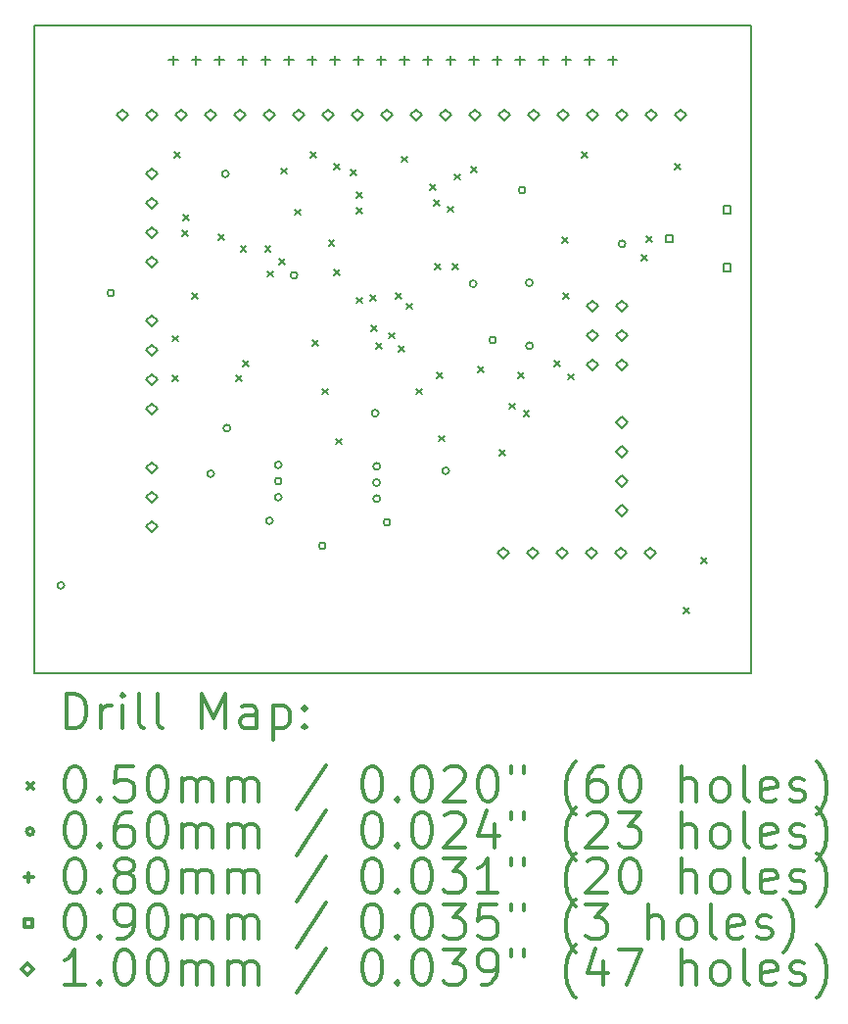
<source format=gbr>
%FSLAX45Y45*%
G04 Gerber Fmt 4.5, Leading zero omitted, Abs format (unit mm)*
G04 Created by KiCad (PCBNEW (5.0.0)) date 11/19/18 10:01:11*
%MOMM*%
%LPD*%
G01*
G04 APERTURE LIST*
%ADD10C,0.150000*%
%ADD11C,0.200000*%
%ADD12C,0.300000*%
G04 APERTURE END LIST*
D10*
X10000110Y-10000360D02*
X16200110Y-10000360D01*
X16200110Y-10000360D02*
X16200110Y-4400360D01*
X16200110Y-4400360D02*
X10000110Y-4400360D01*
X10000110Y-4400360D02*
X10000110Y-10000360D01*
D11*
X11194310Y-7079760D02*
X11244310Y-7129760D01*
X11244310Y-7079760D02*
X11194310Y-7129760D01*
X11194310Y-7422660D02*
X11244310Y-7472660D01*
X11244310Y-7422660D02*
X11194310Y-7472660D01*
X11207010Y-5492260D02*
X11257010Y-5542260D01*
X11257010Y-5492260D02*
X11207010Y-5542260D01*
X11281404Y-6167166D02*
X11331404Y-6217166D01*
X11331404Y-6167166D02*
X11281404Y-6217166D01*
X11282833Y-6037780D02*
X11332833Y-6087780D01*
X11332833Y-6037780D02*
X11282833Y-6087780D01*
X11282833Y-6037780D02*
X11332833Y-6087780D01*
X11332833Y-6037780D02*
X11282833Y-6087780D01*
X11359410Y-6711460D02*
X11409410Y-6761460D01*
X11409410Y-6711460D02*
X11359410Y-6761460D01*
X11588010Y-6203460D02*
X11638010Y-6253460D01*
X11638010Y-6203460D02*
X11588010Y-6253460D01*
X11740410Y-7422660D02*
X11790410Y-7472660D01*
X11790410Y-7422660D02*
X11740410Y-7472660D01*
X11782111Y-6305060D02*
X11832111Y-6355060D01*
X11832111Y-6305060D02*
X11782111Y-6355060D01*
X11803910Y-7295660D02*
X11853910Y-7345660D01*
X11853910Y-7295660D02*
X11803910Y-7345660D01*
X11993787Y-6303461D02*
X12043787Y-6353461D01*
X12043787Y-6303461D02*
X11993787Y-6353461D01*
X12014106Y-6520960D02*
X12064106Y-6570960D01*
X12064106Y-6520960D02*
X12014106Y-6570960D01*
X12119106Y-6417019D02*
X12169106Y-6467019D01*
X12169106Y-6417019D02*
X12119106Y-6467019D01*
X12134110Y-5631960D02*
X12184110Y-5681960D01*
X12184110Y-5631960D02*
X12134110Y-5681960D01*
X12248410Y-5987560D02*
X12298410Y-6037560D01*
X12298410Y-5987560D02*
X12248410Y-6037560D01*
X12388110Y-5492260D02*
X12438110Y-5542260D01*
X12438110Y-5492260D02*
X12388110Y-5542260D01*
X12400810Y-7117860D02*
X12450810Y-7167860D01*
X12450810Y-7117860D02*
X12400810Y-7167860D01*
X12489710Y-7536960D02*
X12539710Y-7586960D01*
X12539710Y-7536960D02*
X12489710Y-7586960D01*
X12544111Y-6253993D02*
X12594111Y-6303993D01*
X12594111Y-6253993D02*
X12544111Y-6303993D01*
X12591310Y-5593860D02*
X12641310Y-5643860D01*
X12641310Y-5593860D02*
X12591310Y-5643860D01*
X12591310Y-6508260D02*
X12641310Y-6558260D01*
X12641310Y-6508260D02*
X12591310Y-6558260D01*
X12604010Y-7968760D02*
X12654010Y-8018760D01*
X12654010Y-7968760D02*
X12604010Y-8018760D01*
X12731010Y-5648260D02*
X12781010Y-5698260D01*
X12781010Y-5648260D02*
X12731010Y-5698260D01*
X12781810Y-5974758D02*
X12831810Y-6024758D01*
X12831810Y-5974758D02*
X12781810Y-6024758D01*
X12781810Y-6749560D02*
X12831810Y-6799560D01*
X12831810Y-6749560D02*
X12781810Y-6799560D01*
X12788894Y-5836959D02*
X12838894Y-5886959D01*
X12838894Y-5836959D02*
X12788894Y-5886959D01*
X12905622Y-6732361D02*
X12955622Y-6782361D01*
X12955622Y-6732361D02*
X12905622Y-6782361D01*
X12909305Y-6990788D02*
X12959305Y-7040788D01*
X12959305Y-6990788D02*
X12909305Y-7040788D01*
X12956009Y-7143695D02*
X13006009Y-7193695D01*
X13006009Y-7143695D02*
X12956009Y-7193695D01*
X13061210Y-7054360D02*
X13111210Y-7104360D01*
X13111210Y-7054360D02*
X13061210Y-7104360D01*
X13124710Y-6711460D02*
X13174710Y-6761460D01*
X13174710Y-6711460D02*
X13124710Y-6761460D01*
X13150110Y-7168660D02*
X13200110Y-7218660D01*
X13200110Y-7168660D02*
X13150110Y-7218660D01*
X13175510Y-5530360D02*
X13225510Y-5580360D01*
X13225510Y-5530360D02*
X13175510Y-5580360D01*
X13213610Y-6800360D02*
X13263610Y-6850360D01*
X13263610Y-6800360D02*
X13213610Y-6850360D01*
X13302510Y-7536960D02*
X13352510Y-7586960D01*
X13352510Y-7536960D02*
X13302510Y-7586960D01*
X13416810Y-5771660D02*
X13466810Y-5821660D01*
X13466810Y-5771660D02*
X13416810Y-5821660D01*
X13457405Y-5906258D02*
X13507405Y-5956258D01*
X13507405Y-5906258D02*
X13457405Y-5956258D01*
X13461831Y-6454040D02*
X13511831Y-6504040D01*
X13511831Y-6454040D02*
X13461831Y-6504040D01*
X13480310Y-7397260D02*
X13530310Y-7447260D01*
X13530310Y-7397260D02*
X13480310Y-7447260D01*
X13493010Y-7943360D02*
X13543010Y-7993360D01*
X13543010Y-7943360D02*
X13493010Y-7993360D01*
X13569210Y-5962160D02*
X13619210Y-6012160D01*
X13619210Y-5962160D02*
X13569210Y-6012160D01*
X13617503Y-6461061D02*
X13667503Y-6511061D01*
X13667503Y-6461061D02*
X13617503Y-6511061D01*
X13632710Y-5682862D02*
X13682710Y-5732862D01*
X13682710Y-5682862D02*
X13632710Y-5732862D01*
X13772308Y-5622861D02*
X13822308Y-5672861D01*
X13822308Y-5622861D02*
X13772308Y-5672861D01*
X13835910Y-7346460D02*
X13885910Y-7396460D01*
X13885910Y-7346460D02*
X13835910Y-7396460D01*
X14021701Y-8063856D02*
X14071701Y-8113856D01*
X14071701Y-8063856D02*
X14021701Y-8113856D01*
X14102610Y-7663960D02*
X14152610Y-7713960D01*
X14152610Y-7663960D02*
X14102610Y-7713960D01*
X14178810Y-7397260D02*
X14228810Y-7447260D01*
X14228810Y-7397260D02*
X14178810Y-7447260D01*
X14228554Y-7731528D02*
X14278554Y-7781528D01*
X14278554Y-7731528D02*
X14228554Y-7781528D01*
X14496310Y-7295660D02*
X14546310Y-7345660D01*
X14546310Y-7295660D02*
X14496310Y-7345660D01*
X14559810Y-6228860D02*
X14609810Y-6278860D01*
X14609810Y-6228860D02*
X14559810Y-6278860D01*
X14572510Y-6711460D02*
X14622510Y-6761460D01*
X14622510Y-6711460D02*
X14572510Y-6761460D01*
X14610610Y-7409960D02*
X14660610Y-7459960D01*
X14660610Y-7409960D02*
X14610610Y-7459960D01*
X14734009Y-5492648D02*
X14784009Y-5542648D01*
X14784009Y-5492648D02*
X14734009Y-5542648D01*
X15245610Y-6381260D02*
X15295610Y-6431260D01*
X15295610Y-6381260D02*
X15245610Y-6431260D01*
X15294121Y-6221780D02*
X15344121Y-6271780D01*
X15344121Y-6221780D02*
X15294121Y-6271780D01*
X15537710Y-5593860D02*
X15587710Y-5643860D01*
X15587710Y-5593860D02*
X15537710Y-5643860D01*
X15613910Y-9429260D02*
X15663910Y-9479260D01*
X15663910Y-9429260D02*
X15613910Y-9479260D01*
X15766310Y-8997460D02*
X15816310Y-9047460D01*
X15816310Y-8997460D02*
X15766310Y-9047460D01*
X10258710Y-9238360D02*
G75*
G03X10258710Y-9238360I-30000J0D01*
G01*
X10690510Y-6711060D02*
G75*
G03X10690510Y-6711060I-30000J0D01*
G01*
X11554110Y-8273160D02*
G75*
G03X11554110Y-8273160I-30000J0D01*
G01*
X11681110Y-5682360D02*
G75*
G03X11681110Y-5682360I-30000J0D01*
G01*
X11693810Y-7879460D02*
G75*
G03X11693810Y-7879460I-30000J0D01*
G01*
X12062110Y-8679560D02*
G75*
G03X12062110Y-8679560I-30000J0D01*
G01*
X12138310Y-8196960D02*
G75*
G03X12138310Y-8196960I-30000J0D01*
G01*
X12138310Y-8336660D02*
G75*
G03X12138310Y-8336660I-30000J0D01*
G01*
X12138310Y-8476360D02*
G75*
G03X12138310Y-8476360I-30000J0D01*
G01*
X12274107Y-6558211D02*
G75*
G03X12274107Y-6558211I-30000J0D01*
G01*
X12519310Y-8895460D02*
G75*
G03X12519310Y-8895460I-30000J0D01*
G01*
X12976510Y-7750661D02*
G75*
G03X12976510Y-7750661I-30000J0D01*
G01*
X12989210Y-8209660D02*
G75*
G03X12989210Y-8209660I-30000J0D01*
G01*
X12989210Y-8349360D02*
G75*
G03X12989210Y-8349360I-30000J0D01*
G01*
X12989210Y-8489060D02*
G75*
G03X12989210Y-8489060I-30000J0D01*
G01*
X13078110Y-8692260D02*
G75*
G03X13078110Y-8692260I-30000J0D01*
G01*
X13586110Y-8247760D02*
G75*
G03X13586110Y-8247760I-30000J0D01*
G01*
X13823265Y-6631300D02*
G75*
G03X13823265Y-6631300I-30000J0D01*
G01*
X13992510Y-7117460D02*
G75*
G03X13992510Y-7117460I-30000J0D01*
G01*
X14246510Y-5822060D02*
G75*
G03X14246510Y-5822060I-30000J0D01*
G01*
X14310010Y-6622160D02*
G75*
G03X14310010Y-6622160I-30000J0D01*
G01*
X14310010Y-7168260D02*
G75*
G03X14310010Y-7168260I-30000J0D01*
G01*
X15110788Y-6286639D02*
G75*
G03X15110788Y-6286639I-30000J0D01*
G01*
X11200110Y-4660360D02*
X11200110Y-4740360D01*
X11160110Y-4700360D02*
X11240110Y-4700360D01*
X11400110Y-4660360D02*
X11400110Y-4740360D01*
X11360110Y-4700360D02*
X11440110Y-4700360D01*
X11600110Y-4660360D02*
X11600110Y-4740360D01*
X11560110Y-4700360D02*
X11640110Y-4700360D01*
X11800110Y-4660360D02*
X11800110Y-4740360D01*
X11760110Y-4700360D02*
X11840110Y-4700360D01*
X12000110Y-4660360D02*
X12000110Y-4740360D01*
X11960110Y-4700360D02*
X12040110Y-4700360D01*
X12200110Y-4660360D02*
X12200110Y-4740360D01*
X12160110Y-4700360D02*
X12240110Y-4700360D01*
X12400110Y-4660360D02*
X12400110Y-4740360D01*
X12360110Y-4700360D02*
X12440110Y-4700360D01*
X12600110Y-4660360D02*
X12600110Y-4740360D01*
X12560110Y-4700360D02*
X12640110Y-4700360D01*
X12800110Y-4660360D02*
X12800110Y-4740360D01*
X12760110Y-4700360D02*
X12840110Y-4700360D01*
X13000110Y-4660360D02*
X13000110Y-4740360D01*
X12960110Y-4700360D02*
X13040110Y-4700360D01*
X13200110Y-4660360D02*
X13200110Y-4740360D01*
X13160110Y-4700360D02*
X13240110Y-4700360D01*
X13400110Y-4660360D02*
X13400110Y-4740360D01*
X13360110Y-4700360D02*
X13440110Y-4700360D01*
X13600110Y-4660360D02*
X13600110Y-4740360D01*
X13560110Y-4700360D02*
X13640110Y-4700360D01*
X13800110Y-4660360D02*
X13800110Y-4740360D01*
X13760110Y-4700360D02*
X13840110Y-4700360D01*
X14000110Y-4660360D02*
X14000110Y-4740360D01*
X13960110Y-4700360D02*
X14040110Y-4700360D01*
X14200110Y-4660360D02*
X14200110Y-4740360D01*
X14160110Y-4700360D02*
X14240110Y-4700360D01*
X14400110Y-4660360D02*
X14400110Y-4740360D01*
X14360110Y-4700360D02*
X14440110Y-4700360D01*
X14600110Y-4660360D02*
X14600110Y-4740360D01*
X14560110Y-4700360D02*
X14640110Y-4700360D01*
X14800110Y-4660360D02*
X14800110Y-4740360D01*
X14760110Y-4700360D02*
X14840110Y-4700360D01*
X15000110Y-4660360D02*
X15000110Y-4740360D01*
X14960110Y-4700360D02*
X15040110Y-4700360D01*
X15522330Y-6272980D02*
X15522330Y-6209340D01*
X15458690Y-6209340D01*
X15458690Y-6272980D01*
X15522330Y-6272980D01*
X16022330Y-6022980D02*
X16022330Y-5959340D01*
X15958690Y-5959340D01*
X15958690Y-6022980D01*
X16022330Y-6022980D01*
X16022330Y-6522980D02*
X16022330Y-6459340D01*
X15958690Y-6459340D01*
X15958690Y-6522980D01*
X16022330Y-6522980D01*
X15080110Y-7878660D02*
X15130110Y-7828660D01*
X15080110Y-7778660D01*
X15030110Y-7828660D01*
X15080110Y-7878660D01*
X15080110Y-8132660D02*
X15130110Y-8082660D01*
X15080110Y-8032660D01*
X15030110Y-8082660D01*
X15080110Y-8132660D01*
X15080110Y-8386660D02*
X15130110Y-8336660D01*
X15080110Y-8286660D01*
X15030110Y-8336660D01*
X15080110Y-8386660D01*
X15080110Y-8640660D02*
X15130110Y-8590660D01*
X15080110Y-8540660D01*
X15030110Y-8590660D01*
X15080110Y-8640660D01*
X14826110Y-6875360D02*
X14876110Y-6825360D01*
X14826110Y-6775360D01*
X14776110Y-6825360D01*
X14826110Y-6875360D01*
X14826110Y-7129360D02*
X14876110Y-7079360D01*
X14826110Y-7029360D01*
X14776110Y-7079360D01*
X14826110Y-7129360D01*
X14826110Y-7383360D02*
X14876110Y-7333360D01*
X14826110Y-7283360D01*
X14776110Y-7333360D01*
X14826110Y-7383360D01*
X15080110Y-6875360D02*
X15130110Y-6825360D01*
X15080110Y-6775360D01*
X15030110Y-6825360D01*
X15080110Y-6875360D01*
X15080110Y-7129360D02*
X15130110Y-7079360D01*
X15080110Y-7029360D01*
X15030110Y-7079360D01*
X15080110Y-7129360D01*
X15080110Y-7383360D02*
X15130110Y-7333360D01*
X15080110Y-7283360D01*
X15030110Y-7333360D01*
X15080110Y-7383360D01*
X11016110Y-8272360D02*
X11066110Y-8222360D01*
X11016110Y-8172360D01*
X10966110Y-8222360D01*
X11016110Y-8272360D01*
X11016110Y-8526360D02*
X11066110Y-8476360D01*
X11016110Y-8426360D01*
X10966110Y-8476360D01*
X11016110Y-8526360D01*
X11016110Y-8780360D02*
X11066110Y-8730360D01*
X11016110Y-8680360D01*
X10966110Y-8730360D01*
X11016110Y-8780360D01*
X11016110Y-5732360D02*
X11066110Y-5682360D01*
X11016110Y-5632360D01*
X10966110Y-5682360D01*
X11016110Y-5732360D01*
X11016110Y-5986360D02*
X11066110Y-5936360D01*
X11016110Y-5886360D01*
X10966110Y-5936360D01*
X11016110Y-5986360D01*
X11016110Y-6240360D02*
X11066110Y-6190360D01*
X11016110Y-6140360D01*
X10966110Y-6190360D01*
X11016110Y-6240360D01*
X11016110Y-6494360D02*
X11066110Y-6444360D01*
X11016110Y-6394360D01*
X10966110Y-6444360D01*
X11016110Y-6494360D01*
X11016110Y-7002360D02*
X11066110Y-6952360D01*
X11016110Y-6902360D01*
X10966110Y-6952360D01*
X11016110Y-7002360D01*
X11016110Y-7256360D02*
X11066110Y-7206360D01*
X11016110Y-7156360D01*
X10966110Y-7206360D01*
X11016110Y-7256360D01*
X11016110Y-7510360D02*
X11066110Y-7460360D01*
X11016110Y-7410360D01*
X10966110Y-7460360D01*
X11016110Y-7510360D01*
X11016110Y-7764360D02*
X11066110Y-7714360D01*
X11016110Y-7664360D01*
X10966110Y-7714360D01*
X11016110Y-7764360D01*
X14051410Y-9008960D02*
X14101410Y-8958960D01*
X14051410Y-8908960D01*
X14001410Y-8958960D01*
X14051410Y-9008960D01*
X14305410Y-9008960D02*
X14355410Y-8958960D01*
X14305410Y-8908960D01*
X14255410Y-8958960D01*
X14305410Y-9008960D01*
X14559410Y-9008960D02*
X14609410Y-8958960D01*
X14559410Y-8908960D01*
X14509410Y-8958960D01*
X14559410Y-9008960D01*
X14813410Y-9008960D02*
X14863410Y-8958960D01*
X14813410Y-8908960D01*
X14763410Y-8958960D01*
X14813410Y-9008960D01*
X15067410Y-9008960D02*
X15117410Y-8958960D01*
X15067410Y-8908960D01*
X15017410Y-8958960D01*
X15067410Y-9008960D01*
X15321410Y-9008960D02*
X15371410Y-8958960D01*
X15321410Y-8908960D01*
X15271410Y-8958960D01*
X15321410Y-9008960D01*
X10762110Y-5224360D02*
X10812110Y-5174360D01*
X10762110Y-5124360D01*
X10712110Y-5174360D01*
X10762110Y-5224360D01*
X11016110Y-5224360D02*
X11066110Y-5174360D01*
X11016110Y-5124360D01*
X10966110Y-5174360D01*
X11016110Y-5224360D01*
X11270110Y-5224360D02*
X11320110Y-5174360D01*
X11270110Y-5124360D01*
X11220110Y-5174360D01*
X11270110Y-5224360D01*
X11524110Y-5224360D02*
X11574110Y-5174360D01*
X11524110Y-5124360D01*
X11474110Y-5174360D01*
X11524110Y-5224360D01*
X11778110Y-5224360D02*
X11828110Y-5174360D01*
X11778110Y-5124360D01*
X11728110Y-5174360D01*
X11778110Y-5224360D01*
X12032110Y-5224360D02*
X12082110Y-5174360D01*
X12032110Y-5124360D01*
X11982110Y-5174360D01*
X12032110Y-5224360D01*
X12286110Y-5224360D02*
X12336110Y-5174360D01*
X12286110Y-5124360D01*
X12236110Y-5174360D01*
X12286110Y-5224360D01*
X12540110Y-5224360D02*
X12590110Y-5174360D01*
X12540110Y-5124360D01*
X12490110Y-5174360D01*
X12540110Y-5224360D01*
X12794110Y-5224360D02*
X12844110Y-5174360D01*
X12794110Y-5124360D01*
X12744110Y-5174360D01*
X12794110Y-5224360D01*
X13048110Y-5224360D02*
X13098110Y-5174360D01*
X13048110Y-5124360D01*
X12998110Y-5174360D01*
X13048110Y-5224360D01*
X13302110Y-5224360D02*
X13352110Y-5174360D01*
X13302110Y-5124360D01*
X13252110Y-5174360D01*
X13302110Y-5224360D01*
X13556110Y-5224360D02*
X13606110Y-5174360D01*
X13556110Y-5124360D01*
X13506110Y-5174360D01*
X13556110Y-5224360D01*
X13810110Y-5224360D02*
X13860110Y-5174360D01*
X13810110Y-5124360D01*
X13760110Y-5174360D01*
X13810110Y-5224360D01*
X14064110Y-5224360D02*
X14114110Y-5174360D01*
X14064110Y-5124360D01*
X14014110Y-5174360D01*
X14064110Y-5224360D01*
X14318110Y-5224360D02*
X14368110Y-5174360D01*
X14318110Y-5124360D01*
X14268110Y-5174360D01*
X14318110Y-5224360D01*
X14572110Y-5224360D02*
X14622110Y-5174360D01*
X14572110Y-5124360D01*
X14522110Y-5174360D01*
X14572110Y-5224360D01*
X14826110Y-5224360D02*
X14876110Y-5174360D01*
X14826110Y-5124360D01*
X14776110Y-5174360D01*
X14826110Y-5224360D01*
X15080110Y-5224360D02*
X15130110Y-5174360D01*
X15080110Y-5124360D01*
X15030110Y-5174360D01*
X15080110Y-5224360D01*
X15334110Y-5224360D02*
X15384110Y-5174360D01*
X15334110Y-5124360D01*
X15284110Y-5174360D01*
X15334110Y-5224360D01*
X15588110Y-5224360D02*
X15638110Y-5174360D01*
X15588110Y-5124360D01*
X15538110Y-5174360D01*
X15588110Y-5224360D01*
D12*
X10279038Y-10473574D02*
X10279038Y-10173574D01*
X10350467Y-10173574D01*
X10393324Y-10187860D01*
X10421896Y-10216432D01*
X10436181Y-10245003D01*
X10450467Y-10302146D01*
X10450467Y-10345003D01*
X10436181Y-10402146D01*
X10421896Y-10430717D01*
X10393324Y-10459289D01*
X10350467Y-10473574D01*
X10279038Y-10473574D01*
X10579038Y-10473574D02*
X10579038Y-10273574D01*
X10579038Y-10330717D02*
X10593324Y-10302146D01*
X10607610Y-10287860D01*
X10636181Y-10273574D01*
X10664753Y-10273574D01*
X10764753Y-10473574D02*
X10764753Y-10273574D01*
X10764753Y-10173574D02*
X10750467Y-10187860D01*
X10764753Y-10202146D01*
X10779038Y-10187860D01*
X10764753Y-10173574D01*
X10764753Y-10202146D01*
X10950467Y-10473574D02*
X10921896Y-10459289D01*
X10907610Y-10430717D01*
X10907610Y-10173574D01*
X11107610Y-10473574D02*
X11079038Y-10459289D01*
X11064753Y-10430717D01*
X11064753Y-10173574D01*
X11450467Y-10473574D02*
X11450467Y-10173574D01*
X11550467Y-10387860D01*
X11650467Y-10173574D01*
X11650467Y-10473574D01*
X11921896Y-10473574D02*
X11921896Y-10316432D01*
X11907610Y-10287860D01*
X11879038Y-10273574D01*
X11821896Y-10273574D01*
X11793324Y-10287860D01*
X11921896Y-10459289D02*
X11893324Y-10473574D01*
X11821896Y-10473574D01*
X11793324Y-10459289D01*
X11779038Y-10430717D01*
X11779038Y-10402146D01*
X11793324Y-10373574D01*
X11821896Y-10359289D01*
X11893324Y-10359289D01*
X11921896Y-10345003D01*
X12064753Y-10273574D02*
X12064753Y-10573574D01*
X12064753Y-10287860D02*
X12093324Y-10273574D01*
X12150467Y-10273574D01*
X12179038Y-10287860D01*
X12193324Y-10302146D01*
X12207610Y-10330717D01*
X12207610Y-10416432D01*
X12193324Y-10445003D01*
X12179038Y-10459289D01*
X12150467Y-10473574D01*
X12093324Y-10473574D01*
X12064753Y-10459289D01*
X12336181Y-10445003D02*
X12350467Y-10459289D01*
X12336181Y-10473574D01*
X12321896Y-10459289D01*
X12336181Y-10445003D01*
X12336181Y-10473574D01*
X12336181Y-10287860D02*
X12350467Y-10302146D01*
X12336181Y-10316432D01*
X12321896Y-10302146D01*
X12336181Y-10287860D01*
X12336181Y-10316432D01*
X9942610Y-10942860D02*
X9992610Y-10992860D01*
X9992610Y-10942860D02*
X9942610Y-10992860D01*
X10336181Y-10803574D02*
X10364753Y-10803574D01*
X10393324Y-10817860D01*
X10407610Y-10832146D01*
X10421896Y-10860717D01*
X10436181Y-10917860D01*
X10436181Y-10989289D01*
X10421896Y-11046432D01*
X10407610Y-11075003D01*
X10393324Y-11089289D01*
X10364753Y-11103574D01*
X10336181Y-11103574D01*
X10307610Y-11089289D01*
X10293324Y-11075003D01*
X10279038Y-11046432D01*
X10264753Y-10989289D01*
X10264753Y-10917860D01*
X10279038Y-10860717D01*
X10293324Y-10832146D01*
X10307610Y-10817860D01*
X10336181Y-10803574D01*
X10564753Y-11075003D02*
X10579038Y-11089289D01*
X10564753Y-11103574D01*
X10550467Y-11089289D01*
X10564753Y-11075003D01*
X10564753Y-11103574D01*
X10850467Y-10803574D02*
X10707610Y-10803574D01*
X10693324Y-10946432D01*
X10707610Y-10932146D01*
X10736181Y-10917860D01*
X10807610Y-10917860D01*
X10836181Y-10932146D01*
X10850467Y-10946432D01*
X10864753Y-10975003D01*
X10864753Y-11046432D01*
X10850467Y-11075003D01*
X10836181Y-11089289D01*
X10807610Y-11103574D01*
X10736181Y-11103574D01*
X10707610Y-11089289D01*
X10693324Y-11075003D01*
X11050467Y-10803574D02*
X11079038Y-10803574D01*
X11107610Y-10817860D01*
X11121896Y-10832146D01*
X11136181Y-10860717D01*
X11150467Y-10917860D01*
X11150467Y-10989289D01*
X11136181Y-11046432D01*
X11121896Y-11075003D01*
X11107610Y-11089289D01*
X11079038Y-11103574D01*
X11050467Y-11103574D01*
X11021896Y-11089289D01*
X11007610Y-11075003D01*
X10993324Y-11046432D01*
X10979038Y-10989289D01*
X10979038Y-10917860D01*
X10993324Y-10860717D01*
X11007610Y-10832146D01*
X11021896Y-10817860D01*
X11050467Y-10803574D01*
X11279038Y-11103574D02*
X11279038Y-10903574D01*
X11279038Y-10932146D02*
X11293324Y-10917860D01*
X11321896Y-10903574D01*
X11364753Y-10903574D01*
X11393324Y-10917860D01*
X11407610Y-10946432D01*
X11407610Y-11103574D01*
X11407610Y-10946432D02*
X11421896Y-10917860D01*
X11450467Y-10903574D01*
X11493324Y-10903574D01*
X11521896Y-10917860D01*
X11536181Y-10946432D01*
X11536181Y-11103574D01*
X11679038Y-11103574D02*
X11679038Y-10903574D01*
X11679038Y-10932146D02*
X11693324Y-10917860D01*
X11721896Y-10903574D01*
X11764753Y-10903574D01*
X11793324Y-10917860D01*
X11807610Y-10946432D01*
X11807610Y-11103574D01*
X11807610Y-10946432D02*
X11821896Y-10917860D01*
X11850467Y-10903574D01*
X11893324Y-10903574D01*
X11921896Y-10917860D01*
X11936181Y-10946432D01*
X11936181Y-11103574D01*
X12521896Y-10789289D02*
X12264753Y-11175003D01*
X12907610Y-10803574D02*
X12936181Y-10803574D01*
X12964753Y-10817860D01*
X12979038Y-10832146D01*
X12993324Y-10860717D01*
X13007610Y-10917860D01*
X13007610Y-10989289D01*
X12993324Y-11046432D01*
X12979038Y-11075003D01*
X12964753Y-11089289D01*
X12936181Y-11103574D01*
X12907610Y-11103574D01*
X12879038Y-11089289D01*
X12864753Y-11075003D01*
X12850467Y-11046432D01*
X12836181Y-10989289D01*
X12836181Y-10917860D01*
X12850467Y-10860717D01*
X12864753Y-10832146D01*
X12879038Y-10817860D01*
X12907610Y-10803574D01*
X13136181Y-11075003D02*
X13150467Y-11089289D01*
X13136181Y-11103574D01*
X13121896Y-11089289D01*
X13136181Y-11075003D01*
X13136181Y-11103574D01*
X13336181Y-10803574D02*
X13364753Y-10803574D01*
X13393324Y-10817860D01*
X13407610Y-10832146D01*
X13421896Y-10860717D01*
X13436181Y-10917860D01*
X13436181Y-10989289D01*
X13421896Y-11046432D01*
X13407610Y-11075003D01*
X13393324Y-11089289D01*
X13364753Y-11103574D01*
X13336181Y-11103574D01*
X13307610Y-11089289D01*
X13293324Y-11075003D01*
X13279038Y-11046432D01*
X13264753Y-10989289D01*
X13264753Y-10917860D01*
X13279038Y-10860717D01*
X13293324Y-10832146D01*
X13307610Y-10817860D01*
X13336181Y-10803574D01*
X13550467Y-10832146D02*
X13564753Y-10817860D01*
X13593324Y-10803574D01*
X13664753Y-10803574D01*
X13693324Y-10817860D01*
X13707610Y-10832146D01*
X13721896Y-10860717D01*
X13721896Y-10889289D01*
X13707610Y-10932146D01*
X13536181Y-11103574D01*
X13721896Y-11103574D01*
X13907610Y-10803574D02*
X13936181Y-10803574D01*
X13964753Y-10817860D01*
X13979038Y-10832146D01*
X13993324Y-10860717D01*
X14007610Y-10917860D01*
X14007610Y-10989289D01*
X13993324Y-11046432D01*
X13979038Y-11075003D01*
X13964753Y-11089289D01*
X13936181Y-11103574D01*
X13907610Y-11103574D01*
X13879038Y-11089289D01*
X13864753Y-11075003D01*
X13850467Y-11046432D01*
X13836181Y-10989289D01*
X13836181Y-10917860D01*
X13850467Y-10860717D01*
X13864753Y-10832146D01*
X13879038Y-10817860D01*
X13907610Y-10803574D01*
X14121896Y-10803574D02*
X14121896Y-10860717D01*
X14236181Y-10803574D02*
X14236181Y-10860717D01*
X14679038Y-11217860D02*
X14664753Y-11203574D01*
X14636181Y-11160717D01*
X14621896Y-11132146D01*
X14607610Y-11089289D01*
X14593324Y-11017860D01*
X14593324Y-10960717D01*
X14607610Y-10889289D01*
X14621896Y-10846432D01*
X14636181Y-10817860D01*
X14664753Y-10775003D01*
X14679038Y-10760717D01*
X14921896Y-10803574D02*
X14864753Y-10803574D01*
X14836181Y-10817860D01*
X14821896Y-10832146D01*
X14793324Y-10875003D01*
X14779038Y-10932146D01*
X14779038Y-11046432D01*
X14793324Y-11075003D01*
X14807610Y-11089289D01*
X14836181Y-11103574D01*
X14893324Y-11103574D01*
X14921896Y-11089289D01*
X14936181Y-11075003D01*
X14950467Y-11046432D01*
X14950467Y-10975003D01*
X14936181Y-10946432D01*
X14921896Y-10932146D01*
X14893324Y-10917860D01*
X14836181Y-10917860D01*
X14807610Y-10932146D01*
X14793324Y-10946432D01*
X14779038Y-10975003D01*
X15136181Y-10803574D02*
X15164753Y-10803574D01*
X15193324Y-10817860D01*
X15207610Y-10832146D01*
X15221896Y-10860717D01*
X15236181Y-10917860D01*
X15236181Y-10989289D01*
X15221896Y-11046432D01*
X15207610Y-11075003D01*
X15193324Y-11089289D01*
X15164753Y-11103574D01*
X15136181Y-11103574D01*
X15107610Y-11089289D01*
X15093324Y-11075003D01*
X15079038Y-11046432D01*
X15064753Y-10989289D01*
X15064753Y-10917860D01*
X15079038Y-10860717D01*
X15093324Y-10832146D01*
X15107610Y-10817860D01*
X15136181Y-10803574D01*
X15593324Y-11103574D02*
X15593324Y-10803574D01*
X15721896Y-11103574D02*
X15721896Y-10946432D01*
X15707610Y-10917860D01*
X15679038Y-10903574D01*
X15636181Y-10903574D01*
X15607610Y-10917860D01*
X15593324Y-10932146D01*
X15907610Y-11103574D02*
X15879038Y-11089289D01*
X15864753Y-11075003D01*
X15850467Y-11046432D01*
X15850467Y-10960717D01*
X15864753Y-10932146D01*
X15879038Y-10917860D01*
X15907610Y-10903574D01*
X15950467Y-10903574D01*
X15979038Y-10917860D01*
X15993324Y-10932146D01*
X16007610Y-10960717D01*
X16007610Y-11046432D01*
X15993324Y-11075003D01*
X15979038Y-11089289D01*
X15950467Y-11103574D01*
X15907610Y-11103574D01*
X16179038Y-11103574D02*
X16150467Y-11089289D01*
X16136181Y-11060717D01*
X16136181Y-10803574D01*
X16407610Y-11089289D02*
X16379038Y-11103574D01*
X16321896Y-11103574D01*
X16293324Y-11089289D01*
X16279038Y-11060717D01*
X16279038Y-10946432D01*
X16293324Y-10917860D01*
X16321896Y-10903574D01*
X16379038Y-10903574D01*
X16407610Y-10917860D01*
X16421896Y-10946432D01*
X16421896Y-10975003D01*
X16279038Y-11003574D01*
X16536181Y-11089289D02*
X16564753Y-11103574D01*
X16621896Y-11103574D01*
X16650467Y-11089289D01*
X16664753Y-11060717D01*
X16664753Y-11046432D01*
X16650467Y-11017860D01*
X16621896Y-11003574D01*
X16579038Y-11003574D01*
X16550467Y-10989289D01*
X16536181Y-10960717D01*
X16536181Y-10946432D01*
X16550467Y-10917860D01*
X16579038Y-10903574D01*
X16621896Y-10903574D01*
X16650467Y-10917860D01*
X16764753Y-11217860D02*
X16779038Y-11203574D01*
X16807610Y-11160717D01*
X16821896Y-11132146D01*
X16836181Y-11089289D01*
X16850467Y-11017860D01*
X16850467Y-10960717D01*
X16836181Y-10889289D01*
X16821896Y-10846432D01*
X16807610Y-10817860D01*
X16779038Y-10775003D01*
X16764753Y-10760717D01*
X9992610Y-11363860D02*
G75*
G03X9992610Y-11363860I-30000J0D01*
G01*
X10336181Y-11199574D02*
X10364753Y-11199574D01*
X10393324Y-11213860D01*
X10407610Y-11228146D01*
X10421896Y-11256717D01*
X10436181Y-11313860D01*
X10436181Y-11385289D01*
X10421896Y-11442431D01*
X10407610Y-11471003D01*
X10393324Y-11485289D01*
X10364753Y-11499574D01*
X10336181Y-11499574D01*
X10307610Y-11485289D01*
X10293324Y-11471003D01*
X10279038Y-11442431D01*
X10264753Y-11385289D01*
X10264753Y-11313860D01*
X10279038Y-11256717D01*
X10293324Y-11228146D01*
X10307610Y-11213860D01*
X10336181Y-11199574D01*
X10564753Y-11471003D02*
X10579038Y-11485289D01*
X10564753Y-11499574D01*
X10550467Y-11485289D01*
X10564753Y-11471003D01*
X10564753Y-11499574D01*
X10836181Y-11199574D02*
X10779038Y-11199574D01*
X10750467Y-11213860D01*
X10736181Y-11228146D01*
X10707610Y-11271003D01*
X10693324Y-11328146D01*
X10693324Y-11442431D01*
X10707610Y-11471003D01*
X10721896Y-11485289D01*
X10750467Y-11499574D01*
X10807610Y-11499574D01*
X10836181Y-11485289D01*
X10850467Y-11471003D01*
X10864753Y-11442431D01*
X10864753Y-11371003D01*
X10850467Y-11342431D01*
X10836181Y-11328146D01*
X10807610Y-11313860D01*
X10750467Y-11313860D01*
X10721896Y-11328146D01*
X10707610Y-11342431D01*
X10693324Y-11371003D01*
X11050467Y-11199574D02*
X11079038Y-11199574D01*
X11107610Y-11213860D01*
X11121896Y-11228146D01*
X11136181Y-11256717D01*
X11150467Y-11313860D01*
X11150467Y-11385289D01*
X11136181Y-11442431D01*
X11121896Y-11471003D01*
X11107610Y-11485289D01*
X11079038Y-11499574D01*
X11050467Y-11499574D01*
X11021896Y-11485289D01*
X11007610Y-11471003D01*
X10993324Y-11442431D01*
X10979038Y-11385289D01*
X10979038Y-11313860D01*
X10993324Y-11256717D01*
X11007610Y-11228146D01*
X11021896Y-11213860D01*
X11050467Y-11199574D01*
X11279038Y-11499574D02*
X11279038Y-11299574D01*
X11279038Y-11328146D02*
X11293324Y-11313860D01*
X11321896Y-11299574D01*
X11364753Y-11299574D01*
X11393324Y-11313860D01*
X11407610Y-11342431D01*
X11407610Y-11499574D01*
X11407610Y-11342431D02*
X11421896Y-11313860D01*
X11450467Y-11299574D01*
X11493324Y-11299574D01*
X11521896Y-11313860D01*
X11536181Y-11342431D01*
X11536181Y-11499574D01*
X11679038Y-11499574D02*
X11679038Y-11299574D01*
X11679038Y-11328146D02*
X11693324Y-11313860D01*
X11721896Y-11299574D01*
X11764753Y-11299574D01*
X11793324Y-11313860D01*
X11807610Y-11342431D01*
X11807610Y-11499574D01*
X11807610Y-11342431D02*
X11821896Y-11313860D01*
X11850467Y-11299574D01*
X11893324Y-11299574D01*
X11921896Y-11313860D01*
X11936181Y-11342431D01*
X11936181Y-11499574D01*
X12521896Y-11185289D02*
X12264753Y-11571003D01*
X12907610Y-11199574D02*
X12936181Y-11199574D01*
X12964753Y-11213860D01*
X12979038Y-11228146D01*
X12993324Y-11256717D01*
X13007610Y-11313860D01*
X13007610Y-11385289D01*
X12993324Y-11442431D01*
X12979038Y-11471003D01*
X12964753Y-11485289D01*
X12936181Y-11499574D01*
X12907610Y-11499574D01*
X12879038Y-11485289D01*
X12864753Y-11471003D01*
X12850467Y-11442431D01*
X12836181Y-11385289D01*
X12836181Y-11313860D01*
X12850467Y-11256717D01*
X12864753Y-11228146D01*
X12879038Y-11213860D01*
X12907610Y-11199574D01*
X13136181Y-11471003D02*
X13150467Y-11485289D01*
X13136181Y-11499574D01*
X13121896Y-11485289D01*
X13136181Y-11471003D01*
X13136181Y-11499574D01*
X13336181Y-11199574D02*
X13364753Y-11199574D01*
X13393324Y-11213860D01*
X13407610Y-11228146D01*
X13421896Y-11256717D01*
X13436181Y-11313860D01*
X13436181Y-11385289D01*
X13421896Y-11442431D01*
X13407610Y-11471003D01*
X13393324Y-11485289D01*
X13364753Y-11499574D01*
X13336181Y-11499574D01*
X13307610Y-11485289D01*
X13293324Y-11471003D01*
X13279038Y-11442431D01*
X13264753Y-11385289D01*
X13264753Y-11313860D01*
X13279038Y-11256717D01*
X13293324Y-11228146D01*
X13307610Y-11213860D01*
X13336181Y-11199574D01*
X13550467Y-11228146D02*
X13564753Y-11213860D01*
X13593324Y-11199574D01*
X13664753Y-11199574D01*
X13693324Y-11213860D01*
X13707610Y-11228146D01*
X13721896Y-11256717D01*
X13721896Y-11285289D01*
X13707610Y-11328146D01*
X13536181Y-11499574D01*
X13721896Y-11499574D01*
X13979038Y-11299574D02*
X13979038Y-11499574D01*
X13907610Y-11185289D02*
X13836181Y-11399574D01*
X14021896Y-11399574D01*
X14121896Y-11199574D02*
X14121896Y-11256717D01*
X14236181Y-11199574D02*
X14236181Y-11256717D01*
X14679038Y-11613860D02*
X14664753Y-11599574D01*
X14636181Y-11556717D01*
X14621896Y-11528146D01*
X14607610Y-11485289D01*
X14593324Y-11413860D01*
X14593324Y-11356717D01*
X14607610Y-11285289D01*
X14621896Y-11242431D01*
X14636181Y-11213860D01*
X14664753Y-11171003D01*
X14679038Y-11156717D01*
X14779038Y-11228146D02*
X14793324Y-11213860D01*
X14821896Y-11199574D01*
X14893324Y-11199574D01*
X14921896Y-11213860D01*
X14936181Y-11228146D01*
X14950467Y-11256717D01*
X14950467Y-11285289D01*
X14936181Y-11328146D01*
X14764753Y-11499574D01*
X14950467Y-11499574D01*
X15050467Y-11199574D02*
X15236181Y-11199574D01*
X15136181Y-11313860D01*
X15179038Y-11313860D01*
X15207610Y-11328146D01*
X15221896Y-11342431D01*
X15236181Y-11371003D01*
X15236181Y-11442431D01*
X15221896Y-11471003D01*
X15207610Y-11485289D01*
X15179038Y-11499574D01*
X15093324Y-11499574D01*
X15064753Y-11485289D01*
X15050467Y-11471003D01*
X15593324Y-11499574D02*
X15593324Y-11199574D01*
X15721896Y-11499574D02*
X15721896Y-11342431D01*
X15707610Y-11313860D01*
X15679038Y-11299574D01*
X15636181Y-11299574D01*
X15607610Y-11313860D01*
X15593324Y-11328146D01*
X15907610Y-11499574D02*
X15879038Y-11485289D01*
X15864753Y-11471003D01*
X15850467Y-11442431D01*
X15850467Y-11356717D01*
X15864753Y-11328146D01*
X15879038Y-11313860D01*
X15907610Y-11299574D01*
X15950467Y-11299574D01*
X15979038Y-11313860D01*
X15993324Y-11328146D01*
X16007610Y-11356717D01*
X16007610Y-11442431D01*
X15993324Y-11471003D01*
X15979038Y-11485289D01*
X15950467Y-11499574D01*
X15907610Y-11499574D01*
X16179038Y-11499574D02*
X16150467Y-11485289D01*
X16136181Y-11456717D01*
X16136181Y-11199574D01*
X16407610Y-11485289D02*
X16379038Y-11499574D01*
X16321896Y-11499574D01*
X16293324Y-11485289D01*
X16279038Y-11456717D01*
X16279038Y-11342431D01*
X16293324Y-11313860D01*
X16321896Y-11299574D01*
X16379038Y-11299574D01*
X16407610Y-11313860D01*
X16421896Y-11342431D01*
X16421896Y-11371003D01*
X16279038Y-11399574D01*
X16536181Y-11485289D02*
X16564753Y-11499574D01*
X16621896Y-11499574D01*
X16650467Y-11485289D01*
X16664753Y-11456717D01*
X16664753Y-11442431D01*
X16650467Y-11413860D01*
X16621896Y-11399574D01*
X16579038Y-11399574D01*
X16550467Y-11385289D01*
X16536181Y-11356717D01*
X16536181Y-11342431D01*
X16550467Y-11313860D01*
X16579038Y-11299574D01*
X16621896Y-11299574D01*
X16650467Y-11313860D01*
X16764753Y-11613860D02*
X16779038Y-11599574D01*
X16807610Y-11556717D01*
X16821896Y-11528146D01*
X16836181Y-11485289D01*
X16850467Y-11413860D01*
X16850467Y-11356717D01*
X16836181Y-11285289D01*
X16821896Y-11242431D01*
X16807610Y-11213860D01*
X16779038Y-11171003D01*
X16764753Y-11156717D01*
X9952610Y-11719860D02*
X9952610Y-11799860D01*
X9912610Y-11759860D02*
X9992610Y-11759860D01*
X10336181Y-11595574D02*
X10364753Y-11595574D01*
X10393324Y-11609860D01*
X10407610Y-11624146D01*
X10421896Y-11652717D01*
X10436181Y-11709860D01*
X10436181Y-11781289D01*
X10421896Y-11838431D01*
X10407610Y-11867003D01*
X10393324Y-11881289D01*
X10364753Y-11895574D01*
X10336181Y-11895574D01*
X10307610Y-11881289D01*
X10293324Y-11867003D01*
X10279038Y-11838431D01*
X10264753Y-11781289D01*
X10264753Y-11709860D01*
X10279038Y-11652717D01*
X10293324Y-11624146D01*
X10307610Y-11609860D01*
X10336181Y-11595574D01*
X10564753Y-11867003D02*
X10579038Y-11881289D01*
X10564753Y-11895574D01*
X10550467Y-11881289D01*
X10564753Y-11867003D01*
X10564753Y-11895574D01*
X10750467Y-11724146D02*
X10721896Y-11709860D01*
X10707610Y-11695574D01*
X10693324Y-11667003D01*
X10693324Y-11652717D01*
X10707610Y-11624146D01*
X10721896Y-11609860D01*
X10750467Y-11595574D01*
X10807610Y-11595574D01*
X10836181Y-11609860D01*
X10850467Y-11624146D01*
X10864753Y-11652717D01*
X10864753Y-11667003D01*
X10850467Y-11695574D01*
X10836181Y-11709860D01*
X10807610Y-11724146D01*
X10750467Y-11724146D01*
X10721896Y-11738431D01*
X10707610Y-11752717D01*
X10693324Y-11781289D01*
X10693324Y-11838431D01*
X10707610Y-11867003D01*
X10721896Y-11881289D01*
X10750467Y-11895574D01*
X10807610Y-11895574D01*
X10836181Y-11881289D01*
X10850467Y-11867003D01*
X10864753Y-11838431D01*
X10864753Y-11781289D01*
X10850467Y-11752717D01*
X10836181Y-11738431D01*
X10807610Y-11724146D01*
X11050467Y-11595574D02*
X11079038Y-11595574D01*
X11107610Y-11609860D01*
X11121896Y-11624146D01*
X11136181Y-11652717D01*
X11150467Y-11709860D01*
X11150467Y-11781289D01*
X11136181Y-11838431D01*
X11121896Y-11867003D01*
X11107610Y-11881289D01*
X11079038Y-11895574D01*
X11050467Y-11895574D01*
X11021896Y-11881289D01*
X11007610Y-11867003D01*
X10993324Y-11838431D01*
X10979038Y-11781289D01*
X10979038Y-11709860D01*
X10993324Y-11652717D01*
X11007610Y-11624146D01*
X11021896Y-11609860D01*
X11050467Y-11595574D01*
X11279038Y-11895574D02*
X11279038Y-11695574D01*
X11279038Y-11724146D02*
X11293324Y-11709860D01*
X11321896Y-11695574D01*
X11364753Y-11695574D01*
X11393324Y-11709860D01*
X11407610Y-11738431D01*
X11407610Y-11895574D01*
X11407610Y-11738431D02*
X11421896Y-11709860D01*
X11450467Y-11695574D01*
X11493324Y-11695574D01*
X11521896Y-11709860D01*
X11536181Y-11738431D01*
X11536181Y-11895574D01*
X11679038Y-11895574D02*
X11679038Y-11695574D01*
X11679038Y-11724146D02*
X11693324Y-11709860D01*
X11721896Y-11695574D01*
X11764753Y-11695574D01*
X11793324Y-11709860D01*
X11807610Y-11738431D01*
X11807610Y-11895574D01*
X11807610Y-11738431D02*
X11821896Y-11709860D01*
X11850467Y-11695574D01*
X11893324Y-11695574D01*
X11921896Y-11709860D01*
X11936181Y-11738431D01*
X11936181Y-11895574D01*
X12521896Y-11581289D02*
X12264753Y-11967003D01*
X12907610Y-11595574D02*
X12936181Y-11595574D01*
X12964753Y-11609860D01*
X12979038Y-11624146D01*
X12993324Y-11652717D01*
X13007610Y-11709860D01*
X13007610Y-11781289D01*
X12993324Y-11838431D01*
X12979038Y-11867003D01*
X12964753Y-11881289D01*
X12936181Y-11895574D01*
X12907610Y-11895574D01*
X12879038Y-11881289D01*
X12864753Y-11867003D01*
X12850467Y-11838431D01*
X12836181Y-11781289D01*
X12836181Y-11709860D01*
X12850467Y-11652717D01*
X12864753Y-11624146D01*
X12879038Y-11609860D01*
X12907610Y-11595574D01*
X13136181Y-11867003D02*
X13150467Y-11881289D01*
X13136181Y-11895574D01*
X13121896Y-11881289D01*
X13136181Y-11867003D01*
X13136181Y-11895574D01*
X13336181Y-11595574D02*
X13364753Y-11595574D01*
X13393324Y-11609860D01*
X13407610Y-11624146D01*
X13421896Y-11652717D01*
X13436181Y-11709860D01*
X13436181Y-11781289D01*
X13421896Y-11838431D01*
X13407610Y-11867003D01*
X13393324Y-11881289D01*
X13364753Y-11895574D01*
X13336181Y-11895574D01*
X13307610Y-11881289D01*
X13293324Y-11867003D01*
X13279038Y-11838431D01*
X13264753Y-11781289D01*
X13264753Y-11709860D01*
X13279038Y-11652717D01*
X13293324Y-11624146D01*
X13307610Y-11609860D01*
X13336181Y-11595574D01*
X13536181Y-11595574D02*
X13721896Y-11595574D01*
X13621896Y-11709860D01*
X13664753Y-11709860D01*
X13693324Y-11724146D01*
X13707610Y-11738431D01*
X13721896Y-11767003D01*
X13721896Y-11838431D01*
X13707610Y-11867003D01*
X13693324Y-11881289D01*
X13664753Y-11895574D01*
X13579038Y-11895574D01*
X13550467Y-11881289D01*
X13536181Y-11867003D01*
X14007610Y-11895574D02*
X13836181Y-11895574D01*
X13921896Y-11895574D02*
X13921896Y-11595574D01*
X13893324Y-11638431D01*
X13864753Y-11667003D01*
X13836181Y-11681289D01*
X14121896Y-11595574D02*
X14121896Y-11652717D01*
X14236181Y-11595574D02*
X14236181Y-11652717D01*
X14679038Y-12009860D02*
X14664753Y-11995574D01*
X14636181Y-11952717D01*
X14621896Y-11924146D01*
X14607610Y-11881289D01*
X14593324Y-11809860D01*
X14593324Y-11752717D01*
X14607610Y-11681289D01*
X14621896Y-11638431D01*
X14636181Y-11609860D01*
X14664753Y-11567003D01*
X14679038Y-11552717D01*
X14779038Y-11624146D02*
X14793324Y-11609860D01*
X14821896Y-11595574D01*
X14893324Y-11595574D01*
X14921896Y-11609860D01*
X14936181Y-11624146D01*
X14950467Y-11652717D01*
X14950467Y-11681289D01*
X14936181Y-11724146D01*
X14764753Y-11895574D01*
X14950467Y-11895574D01*
X15136181Y-11595574D02*
X15164753Y-11595574D01*
X15193324Y-11609860D01*
X15207610Y-11624146D01*
X15221896Y-11652717D01*
X15236181Y-11709860D01*
X15236181Y-11781289D01*
X15221896Y-11838431D01*
X15207610Y-11867003D01*
X15193324Y-11881289D01*
X15164753Y-11895574D01*
X15136181Y-11895574D01*
X15107610Y-11881289D01*
X15093324Y-11867003D01*
X15079038Y-11838431D01*
X15064753Y-11781289D01*
X15064753Y-11709860D01*
X15079038Y-11652717D01*
X15093324Y-11624146D01*
X15107610Y-11609860D01*
X15136181Y-11595574D01*
X15593324Y-11895574D02*
X15593324Y-11595574D01*
X15721896Y-11895574D02*
X15721896Y-11738431D01*
X15707610Y-11709860D01*
X15679038Y-11695574D01*
X15636181Y-11695574D01*
X15607610Y-11709860D01*
X15593324Y-11724146D01*
X15907610Y-11895574D02*
X15879038Y-11881289D01*
X15864753Y-11867003D01*
X15850467Y-11838431D01*
X15850467Y-11752717D01*
X15864753Y-11724146D01*
X15879038Y-11709860D01*
X15907610Y-11695574D01*
X15950467Y-11695574D01*
X15979038Y-11709860D01*
X15993324Y-11724146D01*
X16007610Y-11752717D01*
X16007610Y-11838431D01*
X15993324Y-11867003D01*
X15979038Y-11881289D01*
X15950467Y-11895574D01*
X15907610Y-11895574D01*
X16179038Y-11895574D02*
X16150467Y-11881289D01*
X16136181Y-11852717D01*
X16136181Y-11595574D01*
X16407610Y-11881289D02*
X16379038Y-11895574D01*
X16321896Y-11895574D01*
X16293324Y-11881289D01*
X16279038Y-11852717D01*
X16279038Y-11738431D01*
X16293324Y-11709860D01*
X16321896Y-11695574D01*
X16379038Y-11695574D01*
X16407610Y-11709860D01*
X16421896Y-11738431D01*
X16421896Y-11767003D01*
X16279038Y-11795574D01*
X16536181Y-11881289D02*
X16564753Y-11895574D01*
X16621896Y-11895574D01*
X16650467Y-11881289D01*
X16664753Y-11852717D01*
X16664753Y-11838431D01*
X16650467Y-11809860D01*
X16621896Y-11795574D01*
X16579038Y-11795574D01*
X16550467Y-11781289D01*
X16536181Y-11752717D01*
X16536181Y-11738431D01*
X16550467Y-11709860D01*
X16579038Y-11695574D01*
X16621896Y-11695574D01*
X16650467Y-11709860D01*
X16764753Y-12009860D02*
X16779038Y-11995574D01*
X16807610Y-11952717D01*
X16821896Y-11924146D01*
X16836181Y-11881289D01*
X16850467Y-11809860D01*
X16850467Y-11752717D01*
X16836181Y-11681289D01*
X16821896Y-11638431D01*
X16807610Y-11609860D01*
X16779038Y-11567003D01*
X16764753Y-11552717D01*
X9979430Y-12187680D02*
X9979430Y-12124040D01*
X9915790Y-12124040D01*
X9915790Y-12187680D01*
X9979430Y-12187680D01*
X10336181Y-11991574D02*
X10364753Y-11991574D01*
X10393324Y-12005860D01*
X10407610Y-12020146D01*
X10421896Y-12048717D01*
X10436181Y-12105860D01*
X10436181Y-12177289D01*
X10421896Y-12234431D01*
X10407610Y-12263003D01*
X10393324Y-12277289D01*
X10364753Y-12291574D01*
X10336181Y-12291574D01*
X10307610Y-12277289D01*
X10293324Y-12263003D01*
X10279038Y-12234431D01*
X10264753Y-12177289D01*
X10264753Y-12105860D01*
X10279038Y-12048717D01*
X10293324Y-12020146D01*
X10307610Y-12005860D01*
X10336181Y-11991574D01*
X10564753Y-12263003D02*
X10579038Y-12277289D01*
X10564753Y-12291574D01*
X10550467Y-12277289D01*
X10564753Y-12263003D01*
X10564753Y-12291574D01*
X10721896Y-12291574D02*
X10779038Y-12291574D01*
X10807610Y-12277289D01*
X10821896Y-12263003D01*
X10850467Y-12220146D01*
X10864753Y-12163003D01*
X10864753Y-12048717D01*
X10850467Y-12020146D01*
X10836181Y-12005860D01*
X10807610Y-11991574D01*
X10750467Y-11991574D01*
X10721896Y-12005860D01*
X10707610Y-12020146D01*
X10693324Y-12048717D01*
X10693324Y-12120146D01*
X10707610Y-12148717D01*
X10721896Y-12163003D01*
X10750467Y-12177289D01*
X10807610Y-12177289D01*
X10836181Y-12163003D01*
X10850467Y-12148717D01*
X10864753Y-12120146D01*
X11050467Y-11991574D02*
X11079038Y-11991574D01*
X11107610Y-12005860D01*
X11121896Y-12020146D01*
X11136181Y-12048717D01*
X11150467Y-12105860D01*
X11150467Y-12177289D01*
X11136181Y-12234431D01*
X11121896Y-12263003D01*
X11107610Y-12277289D01*
X11079038Y-12291574D01*
X11050467Y-12291574D01*
X11021896Y-12277289D01*
X11007610Y-12263003D01*
X10993324Y-12234431D01*
X10979038Y-12177289D01*
X10979038Y-12105860D01*
X10993324Y-12048717D01*
X11007610Y-12020146D01*
X11021896Y-12005860D01*
X11050467Y-11991574D01*
X11279038Y-12291574D02*
X11279038Y-12091574D01*
X11279038Y-12120146D02*
X11293324Y-12105860D01*
X11321896Y-12091574D01*
X11364753Y-12091574D01*
X11393324Y-12105860D01*
X11407610Y-12134431D01*
X11407610Y-12291574D01*
X11407610Y-12134431D02*
X11421896Y-12105860D01*
X11450467Y-12091574D01*
X11493324Y-12091574D01*
X11521896Y-12105860D01*
X11536181Y-12134431D01*
X11536181Y-12291574D01*
X11679038Y-12291574D02*
X11679038Y-12091574D01*
X11679038Y-12120146D02*
X11693324Y-12105860D01*
X11721896Y-12091574D01*
X11764753Y-12091574D01*
X11793324Y-12105860D01*
X11807610Y-12134431D01*
X11807610Y-12291574D01*
X11807610Y-12134431D02*
X11821896Y-12105860D01*
X11850467Y-12091574D01*
X11893324Y-12091574D01*
X11921896Y-12105860D01*
X11936181Y-12134431D01*
X11936181Y-12291574D01*
X12521896Y-11977289D02*
X12264753Y-12363003D01*
X12907610Y-11991574D02*
X12936181Y-11991574D01*
X12964753Y-12005860D01*
X12979038Y-12020146D01*
X12993324Y-12048717D01*
X13007610Y-12105860D01*
X13007610Y-12177289D01*
X12993324Y-12234431D01*
X12979038Y-12263003D01*
X12964753Y-12277289D01*
X12936181Y-12291574D01*
X12907610Y-12291574D01*
X12879038Y-12277289D01*
X12864753Y-12263003D01*
X12850467Y-12234431D01*
X12836181Y-12177289D01*
X12836181Y-12105860D01*
X12850467Y-12048717D01*
X12864753Y-12020146D01*
X12879038Y-12005860D01*
X12907610Y-11991574D01*
X13136181Y-12263003D02*
X13150467Y-12277289D01*
X13136181Y-12291574D01*
X13121896Y-12277289D01*
X13136181Y-12263003D01*
X13136181Y-12291574D01*
X13336181Y-11991574D02*
X13364753Y-11991574D01*
X13393324Y-12005860D01*
X13407610Y-12020146D01*
X13421896Y-12048717D01*
X13436181Y-12105860D01*
X13436181Y-12177289D01*
X13421896Y-12234431D01*
X13407610Y-12263003D01*
X13393324Y-12277289D01*
X13364753Y-12291574D01*
X13336181Y-12291574D01*
X13307610Y-12277289D01*
X13293324Y-12263003D01*
X13279038Y-12234431D01*
X13264753Y-12177289D01*
X13264753Y-12105860D01*
X13279038Y-12048717D01*
X13293324Y-12020146D01*
X13307610Y-12005860D01*
X13336181Y-11991574D01*
X13536181Y-11991574D02*
X13721896Y-11991574D01*
X13621896Y-12105860D01*
X13664753Y-12105860D01*
X13693324Y-12120146D01*
X13707610Y-12134431D01*
X13721896Y-12163003D01*
X13721896Y-12234431D01*
X13707610Y-12263003D01*
X13693324Y-12277289D01*
X13664753Y-12291574D01*
X13579038Y-12291574D01*
X13550467Y-12277289D01*
X13536181Y-12263003D01*
X13993324Y-11991574D02*
X13850467Y-11991574D01*
X13836181Y-12134431D01*
X13850467Y-12120146D01*
X13879038Y-12105860D01*
X13950467Y-12105860D01*
X13979038Y-12120146D01*
X13993324Y-12134431D01*
X14007610Y-12163003D01*
X14007610Y-12234431D01*
X13993324Y-12263003D01*
X13979038Y-12277289D01*
X13950467Y-12291574D01*
X13879038Y-12291574D01*
X13850467Y-12277289D01*
X13836181Y-12263003D01*
X14121896Y-11991574D02*
X14121896Y-12048717D01*
X14236181Y-11991574D02*
X14236181Y-12048717D01*
X14679038Y-12405860D02*
X14664753Y-12391574D01*
X14636181Y-12348717D01*
X14621896Y-12320146D01*
X14607610Y-12277289D01*
X14593324Y-12205860D01*
X14593324Y-12148717D01*
X14607610Y-12077289D01*
X14621896Y-12034431D01*
X14636181Y-12005860D01*
X14664753Y-11963003D01*
X14679038Y-11948717D01*
X14764753Y-11991574D02*
X14950467Y-11991574D01*
X14850467Y-12105860D01*
X14893324Y-12105860D01*
X14921896Y-12120146D01*
X14936181Y-12134431D01*
X14950467Y-12163003D01*
X14950467Y-12234431D01*
X14936181Y-12263003D01*
X14921896Y-12277289D01*
X14893324Y-12291574D01*
X14807610Y-12291574D01*
X14779038Y-12277289D01*
X14764753Y-12263003D01*
X15307610Y-12291574D02*
X15307610Y-11991574D01*
X15436181Y-12291574D02*
X15436181Y-12134431D01*
X15421896Y-12105860D01*
X15393324Y-12091574D01*
X15350467Y-12091574D01*
X15321896Y-12105860D01*
X15307610Y-12120146D01*
X15621896Y-12291574D02*
X15593324Y-12277289D01*
X15579038Y-12263003D01*
X15564753Y-12234431D01*
X15564753Y-12148717D01*
X15579038Y-12120146D01*
X15593324Y-12105860D01*
X15621896Y-12091574D01*
X15664753Y-12091574D01*
X15693324Y-12105860D01*
X15707610Y-12120146D01*
X15721896Y-12148717D01*
X15721896Y-12234431D01*
X15707610Y-12263003D01*
X15693324Y-12277289D01*
X15664753Y-12291574D01*
X15621896Y-12291574D01*
X15893324Y-12291574D02*
X15864753Y-12277289D01*
X15850467Y-12248717D01*
X15850467Y-11991574D01*
X16121896Y-12277289D02*
X16093324Y-12291574D01*
X16036181Y-12291574D01*
X16007610Y-12277289D01*
X15993324Y-12248717D01*
X15993324Y-12134431D01*
X16007610Y-12105860D01*
X16036181Y-12091574D01*
X16093324Y-12091574D01*
X16121896Y-12105860D01*
X16136181Y-12134431D01*
X16136181Y-12163003D01*
X15993324Y-12191574D01*
X16250467Y-12277289D02*
X16279038Y-12291574D01*
X16336181Y-12291574D01*
X16364753Y-12277289D01*
X16379038Y-12248717D01*
X16379038Y-12234431D01*
X16364753Y-12205860D01*
X16336181Y-12191574D01*
X16293324Y-12191574D01*
X16264753Y-12177289D01*
X16250467Y-12148717D01*
X16250467Y-12134431D01*
X16264753Y-12105860D01*
X16293324Y-12091574D01*
X16336181Y-12091574D01*
X16364753Y-12105860D01*
X16479038Y-12405860D02*
X16493324Y-12391574D01*
X16521896Y-12348717D01*
X16536181Y-12320146D01*
X16550467Y-12277289D01*
X16564753Y-12205860D01*
X16564753Y-12148717D01*
X16550467Y-12077289D01*
X16536181Y-12034431D01*
X16521896Y-12005860D01*
X16493324Y-11963003D01*
X16479038Y-11948717D01*
X9942610Y-12601860D02*
X9992610Y-12551860D01*
X9942610Y-12501860D01*
X9892610Y-12551860D01*
X9942610Y-12601860D01*
X10436181Y-12687574D02*
X10264753Y-12687574D01*
X10350467Y-12687574D02*
X10350467Y-12387574D01*
X10321896Y-12430431D01*
X10293324Y-12459003D01*
X10264753Y-12473289D01*
X10564753Y-12659003D02*
X10579038Y-12673289D01*
X10564753Y-12687574D01*
X10550467Y-12673289D01*
X10564753Y-12659003D01*
X10564753Y-12687574D01*
X10764753Y-12387574D02*
X10793324Y-12387574D01*
X10821896Y-12401860D01*
X10836181Y-12416146D01*
X10850467Y-12444717D01*
X10864753Y-12501860D01*
X10864753Y-12573289D01*
X10850467Y-12630431D01*
X10836181Y-12659003D01*
X10821896Y-12673289D01*
X10793324Y-12687574D01*
X10764753Y-12687574D01*
X10736181Y-12673289D01*
X10721896Y-12659003D01*
X10707610Y-12630431D01*
X10693324Y-12573289D01*
X10693324Y-12501860D01*
X10707610Y-12444717D01*
X10721896Y-12416146D01*
X10736181Y-12401860D01*
X10764753Y-12387574D01*
X11050467Y-12387574D02*
X11079038Y-12387574D01*
X11107610Y-12401860D01*
X11121896Y-12416146D01*
X11136181Y-12444717D01*
X11150467Y-12501860D01*
X11150467Y-12573289D01*
X11136181Y-12630431D01*
X11121896Y-12659003D01*
X11107610Y-12673289D01*
X11079038Y-12687574D01*
X11050467Y-12687574D01*
X11021896Y-12673289D01*
X11007610Y-12659003D01*
X10993324Y-12630431D01*
X10979038Y-12573289D01*
X10979038Y-12501860D01*
X10993324Y-12444717D01*
X11007610Y-12416146D01*
X11021896Y-12401860D01*
X11050467Y-12387574D01*
X11279038Y-12687574D02*
X11279038Y-12487574D01*
X11279038Y-12516146D02*
X11293324Y-12501860D01*
X11321896Y-12487574D01*
X11364753Y-12487574D01*
X11393324Y-12501860D01*
X11407610Y-12530431D01*
X11407610Y-12687574D01*
X11407610Y-12530431D02*
X11421896Y-12501860D01*
X11450467Y-12487574D01*
X11493324Y-12487574D01*
X11521896Y-12501860D01*
X11536181Y-12530431D01*
X11536181Y-12687574D01*
X11679038Y-12687574D02*
X11679038Y-12487574D01*
X11679038Y-12516146D02*
X11693324Y-12501860D01*
X11721896Y-12487574D01*
X11764753Y-12487574D01*
X11793324Y-12501860D01*
X11807610Y-12530431D01*
X11807610Y-12687574D01*
X11807610Y-12530431D02*
X11821896Y-12501860D01*
X11850467Y-12487574D01*
X11893324Y-12487574D01*
X11921896Y-12501860D01*
X11936181Y-12530431D01*
X11936181Y-12687574D01*
X12521896Y-12373289D02*
X12264753Y-12759003D01*
X12907610Y-12387574D02*
X12936181Y-12387574D01*
X12964753Y-12401860D01*
X12979038Y-12416146D01*
X12993324Y-12444717D01*
X13007610Y-12501860D01*
X13007610Y-12573289D01*
X12993324Y-12630431D01*
X12979038Y-12659003D01*
X12964753Y-12673289D01*
X12936181Y-12687574D01*
X12907610Y-12687574D01*
X12879038Y-12673289D01*
X12864753Y-12659003D01*
X12850467Y-12630431D01*
X12836181Y-12573289D01*
X12836181Y-12501860D01*
X12850467Y-12444717D01*
X12864753Y-12416146D01*
X12879038Y-12401860D01*
X12907610Y-12387574D01*
X13136181Y-12659003D02*
X13150467Y-12673289D01*
X13136181Y-12687574D01*
X13121896Y-12673289D01*
X13136181Y-12659003D01*
X13136181Y-12687574D01*
X13336181Y-12387574D02*
X13364753Y-12387574D01*
X13393324Y-12401860D01*
X13407610Y-12416146D01*
X13421896Y-12444717D01*
X13436181Y-12501860D01*
X13436181Y-12573289D01*
X13421896Y-12630431D01*
X13407610Y-12659003D01*
X13393324Y-12673289D01*
X13364753Y-12687574D01*
X13336181Y-12687574D01*
X13307610Y-12673289D01*
X13293324Y-12659003D01*
X13279038Y-12630431D01*
X13264753Y-12573289D01*
X13264753Y-12501860D01*
X13279038Y-12444717D01*
X13293324Y-12416146D01*
X13307610Y-12401860D01*
X13336181Y-12387574D01*
X13536181Y-12387574D02*
X13721896Y-12387574D01*
X13621896Y-12501860D01*
X13664753Y-12501860D01*
X13693324Y-12516146D01*
X13707610Y-12530431D01*
X13721896Y-12559003D01*
X13721896Y-12630431D01*
X13707610Y-12659003D01*
X13693324Y-12673289D01*
X13664753Y-12687574D01*
X13579038Y-12687574D01*
X13550467Y-12673289D01*
X13536181Y-12659003D01*
X13864753Y-12687574D02*
X13921896Y-12687574D01*
X13950467Y-12673289D01*
X13964753Y-12659003D01*
X13993324Y-12616146D01*
X14007610Y-12559003D01*
X14007610Y-12444717D01*
X13993324Y-12416146D01*
X13979038Y-12401860D01*
X13950467Y-12387574D01*
X13893324Y-12387574D01*
X13864753Y-12401860D01*
X13850467Y-12416146D01*
X13836181Y-12444717D01*
X13836181Y-12516146D01*
X13850467Y-12544717D01*
X13864753Y-12559003D01*
X13893324Y-12573289D01*
X13950467Y-12573289D01*
X13979038Y-12559003D01*
X13993324Y-12544717D01*
X14007610Y-12516146D01*
X14121896Y-12387574D02*
X14121896Y-12444717D01*
X14236181Y-12387574D02*
X14236181Y-12444717D01*
X14679038Y-12801860D02*
X14664753Y-12787574D01*
X14636181Y-12744717D01*
X14621896Y-12716146D01*
X14607610Y-12673289D01*
X14593324Y-12601860D01*
X14593324Y-12544717D01*
X14607610Y-12473289D01*
X14621896Y-12430431D01*
X14636181Y-12401860D01*
X14664753Y-12359003D01*
X14679038Y-12344717D01*
X14921896Y-12487574D02*
X14921896Y-12687574D01*
X14850467Y-12373289D02*
X14779038Y-12587574D01*
X14964753Y-12587574D01*
X15050467Y-12387574D02*
X15250467Y-12387574D01*
X15121896Y-12687574D01*
X15593324Y-12687574D02*
X15593324Y-12387574D01*
X15721896Y-12687574D02*
X15721896Y-12530431D01*
X15707610Y-12501860D01*
X15679038Y-12487574D01*
X15636181Y-12487574D01*
X15607610Y-12501860D01*
X15593324Y-12516146D01*
X15907610Y-12687574D02*
X15879038Y-12673289D01*
X15864753Y-12659003D01*
X15850467Y-12630431D01*
X15850467Y-12544717D01*
X15864753Y-12516146D01*
X15879038Y-12501860D01*
X15907610Y-12487574D01*
X15950467Y-12487574D01*
X15979038Y-12501860D01*
X15993324Y-12516146D01*
X16007610Y-12544717D01*
X16007610Y-12630431D01*
X15993324Y-12659003D01*
X15979038Y-12673289D01*
X15950467Y-12687574D01*
X15907610Y-12687574D01*
X16179038Y-12687574D02*
X16150467Y-12673289D01*
X16136181Y-12644717D01*
X16136181Y-12387574D01*
X16407610Y-12673289D02*
X16379038Y-12687574D01*
X16321896Y-12687574D01*
X16293324Y-12673289D01*
X16279038Y-12644717D01*
X16279038Y-12530431D01*
X16293324Y-12501860D01*
X16321896Y-12487574D01*
X16379038Y-12487574D01*
X16407610Y-12501860D01*
X16421896Y-12530431D01*
X16421896Y-12559003D01*
X16279038Y-12587574D01*
X16536181Y-12673289D02*
X16564753Y-12687574D01*
X16621896Y-12687574D01*
X16650467Y-12673289D01*
X16664753Y-12644717D01*
X16664753Y-12630431D01*
X16650467Y-12601860D01*
X16621896Y-12587574D01*
X16579038Y-12587574D01*
X16550467Y-12573289D01*
X16536181Y-12544717D01*
X16536181Y-12530431D01*
X16550467Y-12501860D01*
X16579038Y-12487574D01*
X16621896Y-12487574D01*
X16650467Y-12501860D01*
X16764753Y-12801860D02*
X16779038Y-12787574D01*
X16807610Y-12744717D01*
X16821896Y-12716146D01*
X16836181Y-12673289D01*
X16850467Y-12601860D01*
X16850467Y-12544717D01*
X16836181Y-12473289D01*
X16821896Y-12430431D01*
X16807610Y-12401860D01*
X16779038Y-12359003D01*
X16764753Y-12344717D01*
M02*

</source>
